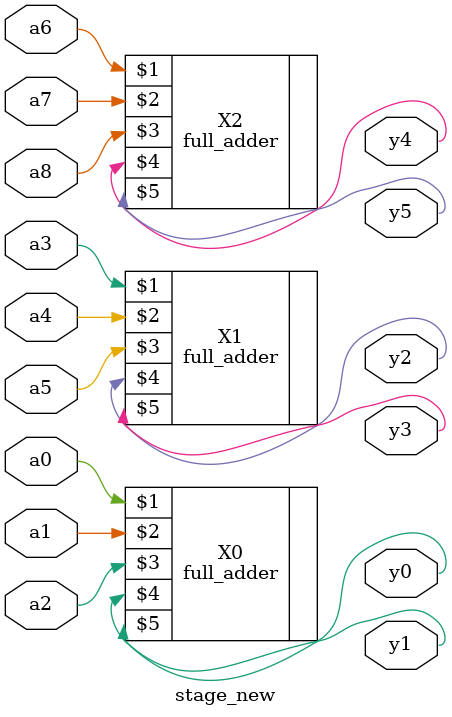
<source format=v>
`timescale 1ns / 1ps
module stage_new(
	input a0,a1,a2,a3,a4,a5,a6,a7,a8,
	output y0,y1,y2,y3,y4,y5
    );

	full_adder X0(a0,a1,a2,y0,y1);
	full_adder X1(a3,a4,a5,y2,y3);
	full_adder X2(a6,a7,a8,y4,y5);
endmodule

</source>
